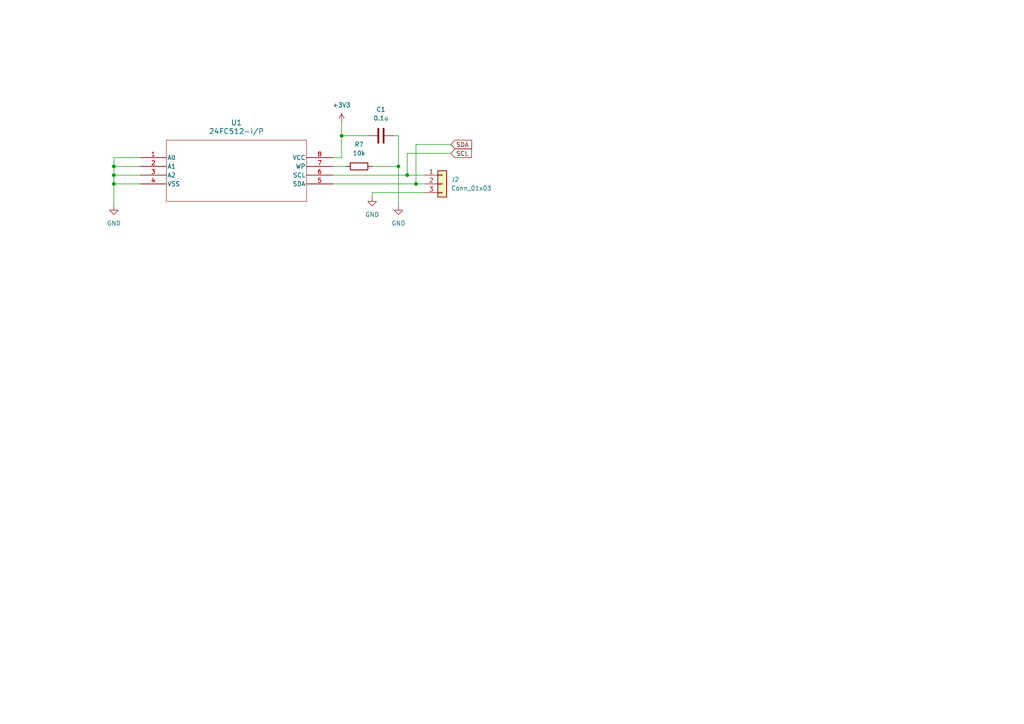
<source format=kicad_sch>
(kicad_sch (version 20231120) (generator "eeschema") (generator_version "8.0")
  (paper "A4")
  (lib_symbols
    (symbol "24FC512:24FC512-I_P" (pin_names (offset 0.254))
      (property "Reference" "U" (at 27.94 10.16 0))
      (property "Value" "24FC512-I/P" (at 27.94 7.62 0))
      (symbol "24FC512-I_P_0_1"
        (polyline (pts (xy 7.62 -12.7) (xy 48.26 -12.7)) (stroke (width 0.127)))
        (polyline (pts (xy 7.62 5.08) (xy 7.62 -12.7)) (stroke (width 0.127)))
        (polyline (pts (xy 48.26 -12.7) (xy 48.26 5.08)) (stroke (width 0.127)))
        (polyline (pts (xy 48.26 5.08) (xy 7.62 5.08)) (stroke (width 0.127)))
        (pin unspecified line (at 0 0 0) (length 7.62) (name "A0") (number "1"))
        (pin unspecified line (at 0 -2.54 0) (length 7.62) (name "A1") (number "2"))
        (pin unspecified line (at 0 -5.08 0) (length 7.62) (name "A2") (number "3"))
        (pin unspecified line (at 0 -7.62 0) (length 7.62) (name "VSS") (number "4"))
        (pin unspecified line (at 55.88 -7.62 180) (length 7.62) (name "SDA") (number "5"))
        (pin unspecified line (at 55.88 -5.08 180) (length 7.62) (name "SCL") (number "6"))
        (pin unspecified line (at 55.88 -2.54 180) (length 7.62) (name "WP") (number "7"))
        (pin unspecified line (at 55.88 0 180) (length 7.62) (name "VCC") (number "8"))
      )
    )
    (symbol "Connector_Generic:Conn_01x03" (pin_names (offset 1.016) hide)
      (property "Reference" "J" (at 0 5.08 0))
      (property "Value" "Conn_01x03" (at 0 -5.08 0))
      (symbol "Conn_01x03_1_1"
        (rectangle (start -1.27 -2.413) (end 0 -2.667) (stroke (width 0.1524)))
        (rectangle (start -1.27 0.127) (end 0 -0.127) (stroke (width 0.1524)))
        (rectangle (start -1.27 2.667) (end 0 2.413) (stroke (width 0.1524)))
        (rectangle (start -1.27 3.81) (end 1.27 -3.81) (stroke (width 0.254)) (fill (type background)))
        (pin passive line (at -5.08 2.54 0) (length 3.81) (name "Pin_1") (number "1"))
        (pin passive line (at -5.08 0 0) (length 3.81) (name "Pin_2") (number "2"))
        (pin passive line (at -5.08 -2.54 0) (length 3.81) (name "Pin_3") (number "3"))
      )
    )
    (symbol "Device:C" (pin_numbers hide) (pin_names (offset 0.254))
      (property "Reference" "C" (at 0.635 2.54 0))
      (property "Value" "C" (at 0.635 -2.54 0))
      (symbol "C_0_1"
        (polyline (pts (xy -2.032 -0.762) (xy 2.032 -0.762)) (stroke (width 0.508)))
        (polyline (pts (xy -2.032 0.762) (xy 2.032 0.762)) (stroke (width 0.508)))
      )
      (symbol "C_1_1"
        (pin passive line (at 0 3.81 270) (length 2.794) (name "~") (number "1"))
        (pin passive line (at 0 -3.81 90) (length 2.794) (name "~") (number "2"))
      )
    )
    (symbol "Device:R" (pin_numbers hide) (pin_names (offset 0))
      (property "Reference" "R" (at 2.032 0 90))
      (property "Value" "R" (at 0 0 90))
      (symbol "R_0_1"
        (rectangle (start -1.016 -2.54) (end 1.016 2.54) (stroke (width 0.254)))
      )
      (symbol "R_1_1"
        (pin passive line (at 0 3.81 270) (length 1.27) (name "~") (number "1"))
        (pin passive line (at 0 -3.81 90) (length 1.27) (name "~") (number "2"))
      )
    )
    (symbol "power:+3V3" (power) (pin_numbers hide) (pin_names (offset 0) hide)
      (property "Value" "+3V3" (at 0 3.556 0))
      (symbol "+3V3_0_1"
        (polyline (pts (xy -0.762 1.27) (xy 0 2.54)))
        (polyline (pts (xy 0 0) (xy 0 2.54)))
        (polyline (pts (xy 0 2.54) (xy 0.762 1.27)))
      )
      (symbol "+3V3_1_1"
        (pin power_in line (at 0 0 90) (length 0) (name "~") (number "1"))
      )
    )
    (symbol "power:GND" (power) (pin_numbers hide) (pin_names (offset 0) hide)
      (property "Value" "GND" (at 0 -3.81 0))
      (symbol "GND_0_1"
        (polyline (pts (xy 0 0) (xy 0 -1.27) (xy 1.27 -1.27) (xy 0 -2.54) (xy -1.27 -1.27) (xy 0 -1.27)))
      )
      (symbol "GND_1_1"
        (pin power_in line (at 0 0 270) (length 0) (name "~") (number "1"))
      )
    )
  )
  (junction (at 33.02 50.8))
  (junction (at 99.06 39.37))
  (junction (at 33.02 53.34))
  (junction (at 33.02 48.26))
  (junction (at 118.11 50.8))
  (junction (at 120.65 53.34))
  (junction (at 115.57 48.26))
  (wire (pts (xy 114.3 39.37) (xy 115.57 39.37)))
  (wire (pts (xy 118.11 50.8) (xy 123.19 50.8)))
  (wire (pts (xy 130.81 44.45) (xy 118.11 44.45)))
  (wire (pts (xy 33.02 48.26) (xy 33.02 50.8)))
  (wire (pts (xy 96.52 48.26) (xy 100.33 48.26)))
  (wire (pts (xy 33.02 45.72) (xy 40.64 45.72)))
  (wire (pts (xy 33.02 48.26) (xy 40.64 48.26)))
  (wire (pts (xy 107.95 55.88) (xy 107.95 57.15)))
  (wire (pts (xy 99.06 39.37) (xy 106.68 39.37)))
  (wire (pts (xy 120.65 41.91) (xy 120.65 53.34)))
  (wire (pts (xy 96.52 50.8) (xy 118.11 50.8)))
  (wire (pts (xy 33.02 50.8) (xy 40.64 50.8)))
  (wire (pts (xy 33.02 53.34) (xy 40.64 53.34)))
  (wire (pts (xy 99.06 35.56) (xy 99.06 39.37)))
  (wire (pts (xy 118.11 44.45) (xy 118.11 50.8)))
  (wire (pts (xy 130.81 41.91) (xy 120.65 41.91)))
  (wire (pts (xy 33.02 50.8) (xy 33.02 53.34)))
  (wire (pts (xy 33.02 45.72) (xy 33.02 48.26)))
  (wire (pts (xy 115.57 48.26) (xy 107.95 48.26)))
  (wire (pts (xy 107.95 55.88) (xy 123.19 55.88)))
  (wire (pts (xy 96.52 53.34) (xy 120.65 53.34)))
  (wire (pts (xy 115.57 48.26) (xy 115.57 59.69)))
  (wire (pts (xy 33.02 53.34) (xy 33.02 59.69)))
  (wire (pts (xy 120.65 53.34) (xy 123.19 53.34)))
  (wire (pts (xy 99.06 39.37) (xy 99.06 45.72)))
  (wire (pts (xy 115.57 39.37) (xy 115.57 48.26)))
  (wire (pts (xy 96.52 45.72) (xy 99.06 45.72)))
  (global_label "SCL" (shape input) (at 130.81 44.45 0) (property "Intersheetrefs" "${INTERSHEET_REFS}" (effects (hide yes))))
  (global_label "SDA" (shape input) (at 130.81 41.91 0) (property "Intersheetrefs" "${INTERSHEET_REFS}" (effects (hide yes))))
  (symbol (lib_id "Device:R") (at 104.14 48.26 90) (unit 1)
    (property "Reference" "R7" (at 104.14 41.91 90))
    (property "Value" "10k" (at 104.14 44.45 90))
    (property "Footprint" "Resistor_SMD:R_0805_2012Metric" (effects (hide yes)))
    (property "Description" "Resistor" (effects (hide yes)))
  )
  (symbol (lib_id "Device:C") (at 110.49 39.37 90) (unit 1)
    (property "Reference" "C1" (at 110.49 31.75 90))
    (property "Value" "0.1u" (at 110.49 34.29 90))
    (property "Footprint" "Capacitor_SMD:C_0805_2012Metric" (effects (hide yes)))
    (property "Description" "Unpolarized capacitor" (effects (hide yes)))
  )
  (symbol (lib_id "power:+3V3") (at 99.06 35.56 0) (unit 1)
    (property "Reference" "#PWR06" (effects (hide yes)))
    (property "Value" "+3V3" (at 99.06 30.48 0))
    (property "Description" "Power symbol creates a global label with name \"+3V3\"" (effects (hide yes)))
  )
  (symbol (lib_id "24FC512:24FC512-I_P") (at 40.64 45.72 0) (unit 1)
    (property "Reference" "U1" (at 68.58 35.56 0) (effects (font (size 1.524 1.524))))
    (property "Value" "24FC512-I/P" (at 68.58 38.1 0) (effects (font (size 1.524 1.524))))
    (property "Footprint" "24FC512:PDIP8_300MC_MCH" (effects (hide yes)))
    (property "Datasheet" "24FC512-I/P" (effects (hide yes)))
  )
  (symbol (lib_id "power:GND") (at 115.57 59.69 0) (unit 1)
    (property "Reference" "#PWR08" (effects (hide yes)))
    (property "Value" "GND" (at 115.57 64.77 0))
    (property "Description" "Power symbol creates a global label with name \"GND\" , ground" (effects (hide yes)))
  )
  (symbol (lib_id "power:GND") (at 107.95 57.15 0) (unit 1)
    (property "Reference" "#PWR07" (effects (hide yes)))
    (property "Value" "GND" (at 107.95 62.23 0))
    (property "Description" "Power symbol creates a global label with name \"GND\" , ground" (effects (hide yes)))
  )
  (symbol (lib_id "power:GND") (at 33.02 59.69 0) (unit 1)
    (property "Reference" "#PWR05" (effects (hide yes)))
    (property "Value" "GND" (at 33.02 64.77 0))
    (property "Description" "Power symbol creates a global label with name \"GND\" , ground" (effects (hide yes)))
  )
  (symbol (lib_id "Connector_Generic:Conn_01x03") (at 128.27 53.34 0) (unit 1)
    (property "Reference" "J2" (at 130.81 52.0699 0) (effects (justify left)))
    (property "Value" "Conn_01x03" (at 130.81 54.6099 0) (effects (justify left)))
    (property "Footprint" "Connector_PinHeader_2.54mm:PinHeader_1x03_P2.54mm_Vertical" (effects (hide yes)))
    (property "Description" "Generic connector, single row, 01x03, script generated (kicad-library-utils/schlib/autogen/connector/)" (effects (hide yes)))
  )
)
</source>
